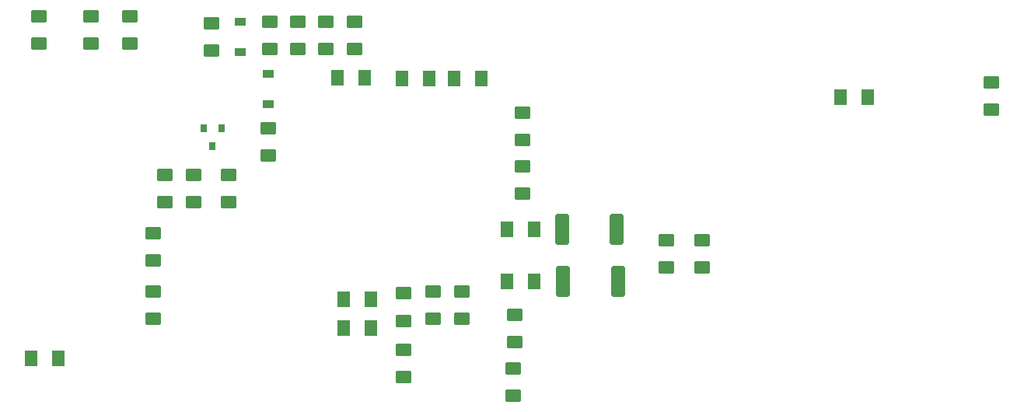
<source format=gbr>
G04 #@! TF.GenerationSoftware,KiCad,Pcbnew,(6.0.0)*
G04 #@! TF.CreationDate,2022-06-01T09:59:34+02:00*
G04 #@! TF.ProjectId,rfamp3,7266616d-7033-42e6-9b69-6361645f7063,rev?*
G04 #@! TF.SameCoordinates,Original*
G04 #@! TF.FileFunction,Paste,Top*
G04 #@! TF.FilePolarity,Positive*
%FSLAX46Y46*%
G04 Gerber Fmt 4.6, Leading zero omitted, Abs format (unit mm)*
G04 Created by KiCad (PCBNEW (6.0.0)) date 2022-06-01 09:59:34*
%MOMM*%
%LPD*%
G01*
G04 APERTURE LIST*
G04 Aperture macros list*
%AMRoundRect*
0 Rectangle with rounded corners*
0 $1 Rounding radius*
0 $2 $3 $4 $5 $6 $7 $8 $9 X,Y pos of 4 corners*
0 Add a 4 corners polygon primitive as box body*
4,1,4,$2,$3,$4,$5,$6,$7,$8,$9,$2,$3,0*
0 Add four circle primitives for the rounded corners*
1,1,$1+$1,$2,$3*
1,1,$1+$1,$4,$5*
1,1,$1+$1,$6,$7*
1,1,$1+$1,$8,$9*
0 Add four rect primitives between the rounded corners*
20,1,$1+$1,$2,$3,$4,$5,0*
20,1,$1+$1,$4,$5,$6,$7,0*
20,1,$1+$1,$6,$7,$8,$9,0*
20,1,$1+$1,$8,$9,$2,$3,0*%
G04 Aperture macros list end*
%ADD10RoundRect,0.250000X0.625000X-0.462500X0.625000X0.462500X-0.625000X0.462500X-0.625000X-0.462500X0*%
%ADD11RoundRect,0.250000X-0.625000X0.462500X-0.625000X-0.462500X0.625000X-0.462500X0.625000X0.462500X0*%
%ADD12RoundRect,0.249999X0.512501X1.425001X-0.512501X1.425001X-0.512501X-1.425001X0.512501X-1.425001X0*%
%ADD13R,0.800000X0.900000*%
%ADD14RoundRect,0.250000X0.462500X0.625000X-0.462500X0.625000X-0.462500X-0.625000X0.462500X-0.625000X0*%
%ADD15R,1.200000X0.900000*%
%ADD16RoundRect,0.250000X-0.462500X-0.625000X0.462500X-0.625000X0.462500X0.625000X-0.462500X0.625000X0*%
G04 APERTURE END LIST*
D10*
X126238000Y-85634500D03*
X126238000Y-88609500D03*
D11*
X127254000Y-60796500D03*
X127254000Y-57821500D03*
X146812000Y-74639500D03*
X146812000Y-71664500D03*
D12*
X131632500Y-76200000D03*
X137607500Y-76200000D03*
D13*
X93472000Y-61452000D03*
X92522000Y-59452000D03*
X94422000Y-59452000D03*
D12*
X131505500Y-70485000D03*
X137480500Y-70485000D03*
D14*
X107732500Y-81280000D03*
X110707500Y-81280000D03*
D10*
X117475000Y-77252500D03*
X117475000Y-80227500D03*
D11*
X114300000Y-86577500D03*
X114300000Y-83602500D03*
X114300000Y-80445000D03*
X114300000Y-77470000D03*
D10*
X120650000Y-77252500D03*
X120650000Y-80227500D03*
D14*
X107732500Y-78105000D03*
X110707500Y-78105000D03*
D10*
X88265000Y-64552500D03*
X88265000Y-67527500D03*
X86995000Y-70902500D03*
X86995000Y-73877500D03*
X91440000Y-64552500D03*
X91440000Y-67527500D03*
X99568000Y-59472500D03*
X99568000Y-62447500D03*
X105791000Y-47915500D03*
X105791000Y-50890500D03*
X102743000Y-47915500D03*
X102743000Y-50890500D03*
X99695000Y-47915500D03*
X99695000Y-50890500D03*
D15*
X99568000Y-53595000D03*
X99568000Y-56895000D03*
X96520000Y-47880000D03*
X96520000Y-51180000D03*
D14*
X73696500Y-84582000D03*
X76671500Y-84582000D03*
D10*
X86995000Y-77252500D03*
X86995000Y-80227500D03*
D11*
X95250000Y-67527500D03*
X95250000Y-64552500D03*
D14*
X107097500Y-53975000D03*
X110072500Y-53975000D03*
D10*
X108966000Y-47915500D03*
X108966000Y-50890500D03*
X126365000Y-79792500D03*
X126365000Y-82767500D03*
D16*
X117057500Y-54102000D03*
X114082500Y-54102000D03*
D11*
X127254000Y-66638500D03*
X127254000Y-63663500D03*
X80264000Y-50255500D03*
X80264000Y-47280500D03*
D10*
X84455000Y-47280500D03*
X84455000Y-50255500D03*
X74549000Y-47280500D03*
X74549000Y-50255500D03*
X93345000Y-48042500D03*
X93345000Y-51017500D03*
D14*
X125512500Y-76200000D03*
X128487500Y-76200000D03*
D11*
X178308000Y-57494500D03*
X178308000Y-54519500D03*
D14*
X161834500Y-56134000D03*
X164809500Y-56134000D03*
X125512500Y-70485000D03*
X128487500Y-70485000D03*
D11*
X142875000Y-74639500D03*
X142875000Y-71664500D03*
D14*
X119797500Y-54102000D03*
X122772500Y-54102000D03*
M02*

</source>
